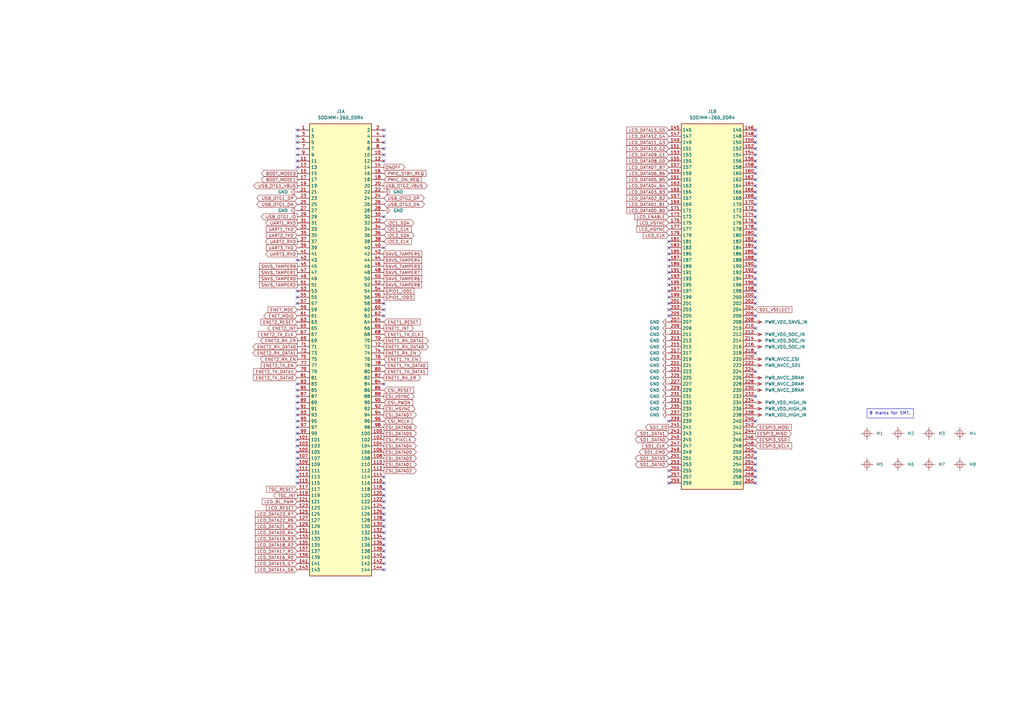
<source format=kicad_sch>
(kicad_sch (version 20231120) (generator "eeschema") (generator_version "8.0")
  (paper "A3")
  (title_block (title "i.MX6ULL Core - Connector") (date "2024-06-06") (rev "0.9.1"))
  (lib_symbols
    (symbol "SODIMM-260_DDR4_1"
      (property "Reference" "J" (at 0 0 0))
      (property "Value" "SODIMM-260_DDR4" (at 0 96.52 0))
      (symbol "SODIMM-260_DDR4_1_1_1"
        (pin passive line (at -17.78 90.17 0) (length 5.08) (name "1") (number "1"))
        (pin passive line (at 17.78 80.01 180) (length 5.08) (name "10") (number "10"))
        (pin passive line (at 17.78 -34.29 180) (length 5.08) (name "100") (number "100"))
        (pin passive line (at -17.78 -36.83 0) (length 5.08) (name "101") (number "101"))
        (pin passive line (at 17.78 -36.83 180) (length 5.08) (name "102") (number "102"))
        (pin passive line (at -17.78 -39.37 0) (length 5.08) (name "103") (number "103"))
        (pin passive line (at 17.78 -39.37 180) (length 5.08) (name "104") (number "104"))
        (pin passive line (at -17.78 -41.91 0) (length 5.08) (name "105") (number "105"))
        (pin passive line (at 17.78 -41.91 180) (length 5.08) (name "106") (number "106"))
        (pin passive line (at -17.78 -44.45 0) (length 5.08) (name "107") (number "107"))
        (pin passive line (at 17.78 -44.45 180) (length 5.08) (name "108") (number "108"))
        (pin passive line (at -17.78 -46.99 0) (length 5.08) (name "109") (number "109"))
        (pin passive line (at -17.78 77.47 0) (length 5.08) (name "11") (number "11"))
        (pin passive line (at 17.78 -46.99 180) (length 5.08) (name "110") (number "110"))
        (pin passive line (at -17.78 -49.53 0) (length 5.08) (name "111") (number "111"))
        (pin passive line (at 17.78 -49.53 180) (length 5.08) (name "112") (number "112"))
        (pin passive line (at -17.78 -52.07 0) (length 5.08) (name "113") (number "113"))
        (pin passive line (at 17.78 -52.07 180) (length 5.08) (name "114") (number "114"))
        (pin passive line (at -17.78 -54.61 0) (length 5.08) (name "115") (number "115"))
        (pin passive line (at 17.78 -54.61 180) (length 5.08) (name "116") (number "116"))
        (pin passive line (at -17.78 -57.15 0) (length 5.08) (name "117") (number "117"))
        (pin passive line (at 17.78 -57.15 180) (length 5.08) (name "118") (number "118"))
        (pin passive line (at -17.78 -59.69 0) (length 5.08) (name "119") (number "119"))
        (pin passive line (at 17.78 77.47 180) (length 5.08) (name "12") (number "12"))
        (pin passive line (at 17.78 -59.69 180) (length 5.08) (name "120") (number "120"))
        (pin passive line (at -17.78 -62.23 0) (length 5.08) (name "121") (number "121"))
        (pin passive line (at 17.78 -62.23 180) (length 5.08) (name "122") (number "122"))
        (pin passive line (at -17.78 -64.77 0) (length 5.08) (name "123") (number "123"))
        (pin passive line (at 17.78 -64.77 180) (length 5.08) (name "124") (number "124"))
        (pin passive line (at -17.78 -67.31 0) (length 5.08) (name "125") (number "125"))
        (pin passive line (at 17.78 -67.31 180) (length 5.08) (name "126") (number "126"))
        (pin passive line (at -17.78 -69.85 0) (length 5.08) (name "127") (number "127"))
        (pin passive line (at 17.78 -69.85 180) (length 5.08) (name "128") (number "128"))
        (pin passive line (at -17.78 -72.39 0) (length 5.08) (name "129") (number "129"))
        (pin passive line (at -17.78 74.93 0) (length 5.08) (name "13") (number "13"))
        (pin passive line (at 17.78 -72.39 180) (length 5.08) (name "130") (number "130"))
        (pin passive line (at -17.78 -74.93 0) (length 5.08) (name "131") (number "131"))
        (pin passive line (at 17.78 -74.93 180) (length 5.08) (name "132") (number "132"))
        (pin passive line (at -17.78 -77.47 0) (length 5.08) (name "133") (number "133"))
        (pin passive line (at 17.78 -77.47 180) (length 5.08) (name "134") (number "134"))
        (pin passive line (at -17.78 -80.01 0) (length 5.08) (name "135") (number "135"))
        (pin passive line (at 17.78 -80.01 180) (length 5.08) (name "136") (number "136"))
        (pin passive line (at -17.78 -82.55 0) (length 5.08) (name "137") (number "137"))
        (pin passive line (at 17.78 -82.55 180) (length 5.08) (name "138") (number "138"))
        (pin passive line (at -17.78 -85.09 0) (length 5.08) (name "139") (number "139"))
        (pin passive line (at 17.78 74.93 180) (length 5.08) (name "14") (number "14"))
        (pin passive line (at 17.78 -85.09 180) (length 5.08) (name "140") (number "140"))
        (pin passive line (at -17.78 -87.63 0) (length 5.08) (name "141") (number "141"))
        (pin passive line (at 17.78 -87.63 180) (length 5.08) (name "142") (number "142"))
        (pin passive line (at -17.78 -90.17 0) (length 5.08) (name "143") (number "143"))
        (pin passive line (at 17.78 -90.17 180) (length 5.08) (name "144") (number "144"))
        (pin passive line (at -17.78 72.39 0) (length 5.08) (name "15") (number "15"))
        (pin passive line (at 17.78 72.39 180) (length 5.08) (name "16") (number "16"))
        (pin passive line (at -17.78 69.85 0) (length 5.08) (name "17") (number "17"))
        (pin passive line (at 17.78 69.85 180) (length 5.08) (name "18") (number "18"))
        (pin passive line (at -17.78 67.31 0) (length 5.08) (name "19") (number "19"))
        (pin passive line (at 17.78 90.17 180) (length 5.08) (name "2") (number "2"))
        (pin passive line (at 17.78 67.31 180) (length 5.08) (name "20") (number "20"))
        (pin passive line (at -17.78 64.77 0) (length 5.08) (name "21") (number "21"))
        (pin passive line (at 17.78 64.77 180) (length 5.08) (name "22") (number "22"))
        (pin passive line (at -17.78 62.23 0) (length 5.08) (name "23") (number "23"))
        (pin passive line (at 17.78 62.23 180) (length 5.08) (name "24") (number "24"))
        (pin passive line (at -17.78 59.69 0) (length 5.08) (name "25") (number "25"))
        (pin passive line (at 17.78 59.69 180) (length 5.08) (name "26") (number "26"))
        (pin passive line (at -17.78 57.15 0) (length 5.08) (name "27") (number "27"))
        (pin passive line (at 17.78 57.15 180) (length 5.08) (name "28") (number "28"))
        (pin passive line (at -17.78 54.61 0) (length 5.08) (name "29") (number "29"))
        (pin passive line (at -17.78 87.63 0) (length 5.08) (name "3") (number "3"))
        (pin passive line (at 17.78 54.61 180) (length 5.08) (name "30") (number "30"))
        (pin passive line (at -17.78 52.07 0) (length 5.08) (name "31") (number "31"))
        (pin passive line (at 17.78 52.07 180) (length 5.08) (name "32") (number "32"))
        (pin passive line (at -17.78 49.53 0) (length 5.08) (name "33") (number "33"))
        (pin passive line (at 17.78 49.53 180) (length 5.08) (name "34") (number "34"))
        (pin passive line (at -17.78 46.99 0) (length 5.08) (name "35") (number "35"))
        (pin passive line (at 17.78 46.99 180) (length 5.08) (name "36") (number "36"))
        (pin passive line (at -17.78 44.45 0) (length 5.08) (name "37") (number "37"))
        (pin passive line (at 17.78 44.45 180) (length 5.08) (name "38") (number "38"))
        (pin passive line (at -17.78 41.91 0) (length 5.08) (name "39") (number "39"))
        (pin passive line (at 17.78 87.63 180) (length 5.08) (name "4") (number "4"))
        (pin passive line (at 17.78 41.91 180) (length 5.08) (name "40") (number "40"))
        (pin passive line (at -17.78 39.37 0) (length 5.08) (name "41") (number "41"))
        (pin passive line (at 17.78 39.37 180) (length 5.08) (name "42") (number "42"))
        (pin passive line (at -17.78 36.83 0) (length 5.08) (name "43") (number "43"))
        (pin passive line (at 17.78 36.83 180) (length 5.08) (name "44") (number "44"))
        (pin passive line (at -17.78 34.29 0) (length 5.08) (name "45") (number "45"))
        (pin passive line (at 17.78 34.29 180) (length 5.08) (name "46") (number "46"))
        (pin passive line (at -17.78 31.75 0) (length 5.08) (name "47") (number "47"))
        (pin passive line (at 17.78 31.75 180) (length 5.08) (name "48") (number "48"))
        (pin passive line (at -17.78 29.21 0) (length 5.08) (name "49") (number "49"))
        (pin passive line (at -17.78 85.09 0) (length 5.08) (name "5") (number "5"))
        (pin passive line (at 17.78 29.21 180) (length 5.08) (name "50") (number "50"))
        (pin passive line (at -17.78 26.67 0) (length 5.08) (name "51") (number "51"))
        (pin passive line (at 17.78 26.67 180) (length 5.08) (name "52") (number "52"))
        (pin passive line (at -17.78 24.13 0) (length 5.08) (name "53") (number "53"))
        (pin passive line (at 17.78 24.13 180) (length 5.08) (name "54") (number "54"))
        (pin passive line (at -17.78 21.59 0) (length 5.08) (name "55") (number "55"))
        (pin passive line (at 17.78 21.59 180) (length 5.08) (name "56") (number "56"))
        (pin passive line (at -17.78 19.05 0) (length 5.08) (name "57") (number "57"))
        (pin passive line (at 17.78 19.05 180) (length 5.08) (name "58") (number "58"))
        (pin passive line (at -17.78 16.51 0) (length 5.08) (name "59") (number "59"))
        (pin passive line (at 17.78 85.09 180) (length 5.08) (name "6") (number "6"))
        (pin passive line (at 17.78 16.51 180) (length 5.08) (name "60") (number "60"))
        (pin passive line (at -17.78 13.97 0) (length 5.08) (name "61") (number "61"))
        (pin passive line (at 17.78 13.97 180) (length 5.08) (name "62") (number "62"))
        (pin passive line (at -17.78 11.43 0) (length 5.08) (name "63") (number "63"))
        (pin passive line (at 17.78 11.43 180) (length 5.08) (name "64") (number "64"))
        (pin passive line (at -17.78 8.89 0) (length 5.08) (name "65") (number "65"))
        (pin passive line (at 17.78 8.89 180) (length 5.08) (name "66") (number "66"))
        (pin passive line (at -17.78 6.35 0) (length 5.08) (name "67") (number "67"))
        (pin passive line (at 17.78 6.35 180) (length 5.08) (name "68") (number "68"))
        (pin passive line (at -17.78 3.81 0) (length 5.08) (name "69") (number "69"))
        (pin passive line (at -17.78 82.55 0) (length 5.08) (name "7") (number "7"))
        (pin passive line (at 17.78 3.81 180) (length 5.08) (name "70") (number "70"))
        (pin passive line (at -17.78 1.27 0) (length 5.08) (name "71") (number "71"))
        (pin passive line (at 17.78 1.27 180) (length 5.08) (name "72") (number "72"))
        (pin passive line (at -17.78 -1.27 0) (length 5.08) (name "73") (number "73"))
        (pin passive line (at 17.78 -1.27 180) (length 5.08) (name "74") (number "74"))
        (pin passive line (at -17.78 -3.81 0) (length 5.08) (name "75") (number "75"))
        (pin passive line (at 17.78 -3.81 180) (length 5.08) (name "76") (number "76"))
        (pin passive line (at -17.78 -6.35 0) (length 5.08) (name "77") (number "77"))
        (pin passive line (at 17.78 -6.35 180) (length 5.08) (name "78") (number "78"))
        (pin passive line (at -17.78 -8.89 0) (length 5.08) (name "79") (number "79"))
        (pin passive line (at 17.78 82.55 180) (length 5.08) (name "8") (number "8"))
        (pin passive line (at 17.78 -8.89 180) (length 5.08) (name "80") (number "80"))
        (pin passive line (at -17.78 -11.43 0) (length 5.08) (name "81") (number "81"))
        (pin passive line (at 17.78 -11.43 180) (length 5.08) (name "82") (number "82"))
        (pin passive line (at -17.78 -13.97 0) (length 5.08) (name "83") (number "83"))
        (pin passive line (at 17.78 -13.97 180) (length 5.08) (name "84") (number "84"))
        (pin passive line (at -17.78 -16.51 0) (length 5.08) (name "85") (number "85"))
        (pin passive line (at 17.78 -16.51 180) (length 5.08) (name "86") (number "86"))
        (pin passive line (at -17.78 -19.05 0) (length 5.08) (name "87") (number "87"))
        (pin passive line (at 17.78 -19.05 180) (length 5.08) (name "88") (number "88"))
        (pin passive line (at -17.78 -21.59 0) (length 5.08) (name "89") (number "89"))
        (pin passive line (at -17.78 80.01 0) (length 5.08) (name "9") (number "9"))
        (pin passive line (at 17.78 -21.59 180) (length 5.08) (name "90") (number "90"))
        (pin passive line (at -17.78 -24.13 0) (length 5.08) (name "91") (number "91"))
        (pin passive line (at 17.78 -24.13 180) (length 5.08) (name "92") (number "92"))
        (pin passive line (at -17.78 -26.67 0) (length 5.08) (name "93") (number "93"))
        (pin passive line (at 17.78 -26.67 180) (length 5.08) (name "94") (number "94"))
        (pin passive line (at -17.78 -29.21 0) (length 5.08) (name "95") (number "95"))
        (pin passive line (at 17.78 -29.21 180) (length 5.08) (name "96") (number "96"))
        (pin passive line (at -17.78 -31.75 0) (length 5.08) (name "97") (number "97"))
        (pin passive line (at 17.78 -31.75 180) (length 5.08) (name "98") (number "98"))
        (pin passive line (at -17.78 -34.29 0) (length 5.08) (name "99") (number "99"))
      )
      (symbol "SODIMM-260_DDR4_1_2_1"
        (pin passive line (at -17.78 72.39 0) (length 5.08) (name "145") (number "145"))
        (pin passive line (at 17.78 72.39 180) (length 5.08) (name "146") (number "146"))
        (pin passive line (at -17.78 69.85 0) (length 5.08) (name "147") (number "147"))
        (pin passive line (at 17.78 69.85 180) (length 5.08) (name "148") (number "148"))
        (pin passive line (at -17.78 67.31 0) (length 5.08) (name "149") (number "149"))
        (pin passive line (at 17.78 67.31 180) (length 5.08) (name "150") (number "150"))
        (pin passive line (at -17.78 64.77 0) (length 5.08) (name "151") (number "151"))
        (pin passive line (at 17.78 64.77 180) (length 5.08) (name "152") (number "152"))
        (pin passive line (at -17.78 62.23 0) (length 5.08) (name "153") (number "153"))
        (pin passive line (at 17.78 62.23 180) (length 5.08) (name "154") (number "154"))
        (pin passive line (at -17.78 59.69 0) (length 5.08) (name "155") (number "155"))
        (pin passive line (at 17.78 59.69 180) (length 5.08) (name "156") (number "156"))
        (pin passive line (at -17.78 57.15 0) (length 5.08) (name "157") (number "157"))
        (pin passive line (at 17.78 57.15 180) (length 5.08) (name "158") (number "158"))
        (pin passive line (at -17.78 54.61 0) (length 5.08) (name "159") (number "159"))
        (pin passive line (at 17.78 54.61 180) (length 5.08) (name "160") (number "160"))
        (pin passive line (at -17.78 52.07 0) (length 5.08) (name "161") (number "161"))
        (pin passive line (at 17.78 52.07 180) (length 5.08) (name "162") (number "162"))
        (pin passive line (at -17.78 49.53 0) (length 5.08) (name "163") (number "163"))
        (pin passive line (at 17.78 49.53 180) (length 5.08) (name "164") (number "164"))
        (pin passive line (at -17.78 46.99 0) (length 5.08) (name "165") (number "165"))
        (pin passive line (at 17.78 46.99 180) (length 5.08) (name "166") (number "166"))
        (pin passive line (at -17.78 44.45 0) (length 5.08) (name "167") (number "167"))
        (pin passive line (at 17.78 44.45 180) (length 5.08) (name "168") (number "168"))
        (pin passive line (at -17.78 41.91 0) (length 5.08) (name "169") (number "169"))
        (pin passive line (at 17.78 41.91 180) (length 5.08) (name "170") (number "170"))
        (pin passive line (at -17.78 39.37 0) (length 5.08) (name "171") (number "171"))
        (pin passive line (at 17.78 39.37 180) (length 5.08) (name "172") (number "172"))
        (pin passive line (at -17.78 36.83 0) (length 5.08) (name "173") (number "173"))
        (pin passive line (at 17.78 36.83 180) (length 5.08) (name "174") (number "174"))
        (pin passive line (at -17.78 34.29 0) (length 5.08) (name "175") (number "175"))
        (pin passive line (at 17.78 34.29 180) (length 5.08) (name "176") (number "176"))
        (pin passive line (at -17.78 31.75 0) (length 5.08) (name "177") (number "177"))
        (pin passive line (at 17.78 31.75 180) (length 5.08) (name "178") (number "178"))
        (pin passive line (at -17.78 29.21 0) (length 5.08) (name "179") (number "179"))
        (pin passive line (at 17.78 29.21 180) (length 5.08) (name "180") (number "180"))
        (pin passive line (at -17.78 26.67 0) (length 5.08) (name "181") (number "181"))
        (pin passive line (at 17.78 26.67 180) (length 5.08) (name "182") (number "182"))
        (pin passive line (at -17.78 24.13 0) (length 5.08) (name "183") (number "183"))
        (pin passive line (at 17.78 24.13 180) (length 5.08) (name "184") (number "184"))
        (pin passive line (at -17.78 21.59 0) (length 5.08) (name "185") (number "185"))
        (pin passive line (at 17.78 21.59 180) (length 5.08) (name "186") (number "186"))
        (pin passive line (at -17.78 19.05 0) (length 5.08) (name "187") (number "187"))
        (pin passive line (at 17.78 19.05 180) (length 5.08) (name "188") (number "188"))
        (pin passive line (at -17.78 16.51 0) (length 5.08) (name "189") (number "189"))
        (pin passive line (at 17.78 16.51 180) (length 5.08) (name "190") (number "190"))
        (pin passive line (at -17.78 13.97 0) (length 5.08) (name "191") (number "191"))
        (pin passive line (at 17.78 13.97 180) (length 5.08) (name "192") (number "192"))
        (pin passive line (at -17.78 11.43 0) (length 5.08) (name "193") (number "193"))
        (pin passive line (at 17.78 11.43 180) (length 5.08) (name "194") (number "194"))
        (pin passive line (at -17.78 8.89 0) (length 5.08) (name "195") (number "195"))
        (pin passive line (at 17.78 8.89 180) (length 5.08) (name "196") (number "196"))
        (pin passive line (at -17.78 6.35 0) (length 5.08) (name "197") (number "197"))
        (pin passive line (at 17.78 6.35 180) (length 5.08) (name "198") (number "198"))
        (pin passive line (at -17.78 3.81 0) (length 5.08) (name "199") (number "199"))
        (pin passive line (at 17.78 3.81 180) (length 5.08) (name "200") (number "200"))
        (pin passive line (at -17.78 1.27 0) (length 5.08) (name "201") (number "201"))
        (pin passive line (at 17.78 1.27 180) (length 5.08) (name "202") (number "202"))
        (pin passive line (at -17.78 -1.27 0) (length 5.08) (name "203") (number "203"))
        (pin passive line (at 17.78 -1.27 180) (length 5.08) (name "204") (number "204"))
        (pin passive line (at -17.78 -3.81 0) (length 5.08) (name "205") (number "205"))
        (pin passive line (at 17.78 -3.81 180) (length 5.08) (name "206") (number "206"))
        (pin passive line (at -17.78 -6.35 0) (length 5.08) (name "207") (number "207"))
        (pin passive line (at 17.78 -6.35 180) (length 5.08) (name "208") (number "208"))
        (pin passive line (at -17.78 -8.89 0) (length 5.08) (name "209") (number "209"))
        (pin passive line (at 17.78 -8.89 180) (length 5.08) (name "210") (number "210"))
        (pin passive line (at -17.78 -11.43 0) (length 5.08) (name "211") (number "211"))
        (pin passive line (at 17.78 -11.43 180) (length 5.08) (name "212") (number "212"))
        (pin passive line (at -17.78 -13.97 0) (length 5.08) (name "213") (number "213"))
        (pin passive line (at 17.78 -13.97 180) (length 5.08) (name "214") (number "214"))
        (pin passive line (at -17.78 -16.51 0) (length 5.08) (name "215") (number "215"))
        (pin passive line (at 17.78 -16.51 180) (length 5.08) (name "216") (number "216"))
        (pin passive line (at -17.78 -19.05 0) (length 5.08) (name "217") (number "217"))
        (pin passive line (at 17.78 -19.05 180) (length 5.08) (name "218") (number "218"))
        (pin passive line (at -17.78 -21.59 0) (length 5.08) (name "219") (number "219"))
        (pin passive line (at 17.78 -21.59 180) (length 5.08) (name "220") (number "220"))
        (pin passive line (at -17.78 -24.13 0) (length 5.08) (name "221") (number "221"))
        (pin passive line (at 17.78 -24.13 180) (length 5.08) (name "222") (number "222"))
        (pin passive line (at -17.78 -26.67 0) (length 5.08) (name "223") (number "223"))
        (pin passive line (at 17.78 -26.67 180) (length 5.08) (name "224") (number "224"))
        (pin passive line (at -17.78 -29.21 0) (length 5.08) (name "225") (number "225"))
        (pin passive line (at 17.78 -29.21 180) (length 5.08) (name "226") (number "226"))
        (pin passive line (at -17.78 -31.75 0) (length 5.08) (name "227") (number "227"))
        (pin passive line (at 17.78 -31.75 180) (length 5.08) (name "228") (number "228"))
        (pin passive line (at -17.78 -34.29 0) (length 5.08) (name "229") (number "229"))
        (pin passive line (at 17.78 -34.29 180) (length 5.08) (name "230") (number "230"))
        (pin passive line (at -17.78 -36.83 0) (length 5.08) (name "231") (number "231"))
        (pin passive line (at 17.78 -36.83 180) (length 5.08) (name "232") (number "232"))
        (pin passive line (at -17.78 -39.37 0) (length 5.08) (name "233") (number "233"))
        (pin passive line (at 17.78 -39.37 180) (length 5.08) (name "234") (number "234"))
        (pin passive line (at -17.78 -41.91 0) (length 5.08) (name "235") (number "235"))
        (pin passive line (at 17.78 -41.91 180) (length 5.08) (name "236") (number "236"))
        (pin passive line (at -17.78 -44.45 0) (length 5.08) (name "237") (number "237"))
        (pin passive line (at 17.78 -44.45 180) (length 5.08) (name "238") (number "238"))
        (pin passive line (at -17.78 -46.99 0) (length 5.08) (name "239") (number "239"))
        (pin passive line (at 17.78 -46.99 180) (length 5.08) (name "240") (number "240"))
        (pin passive line (at -17.78 -49.53 0) (length 5.08) (name "241") (number "241"))
        (pin passive line (at 17.78 -49.53 180) (length 5.08) (name "242") (number "242"))
        (pin passive line (at -17.78 -52.07 0) (length 5.08) (name "243") (number "243"))
        (pin passive line (at 17.78 -52.07 180) (length 5.08) (name "244") (number "244"))
        (pin passive line (at -17.78 -54.61 0) (length 5.08) (name "245") (number "245"))
        (pin passive line (at 17.78 -54.61 180) (length 5.08) (name "246") (number "246"))
        (pin passive line (at -17.78 -57.15 0) (length 5.08) (name "247") (number "247"))
        (pin passive line (at 17.78 -57.15 180) (length 5.08) (name "248") (number "248"))
        (pin passive line (at -17.78 -59.69 0) (length 5.08) (name "249") (number "249"))
        (pin passive line (at 17.78 -59.69 180) (length 5.08) (name "250") (number "250"))
        (pin passive line (at -17.78 -62.23 0) (length 5.08) (name "251") (number "251"))
        (pin passive line (at 17.78 -62.23 180) (length 5.08) (name "252") (number "252"))
        (pin passive line (at -17.78 -64.77 0) (length 5.08) (name "253") (number "253"))
        (pin passive line (at 17.78 -64.77 180) (length 5.08) (name "254") (number "254"))
        (pin passive line (at -17.78 -67.31 0) (length 5.08) (name "255") (number "255"))
        (pin passive line (at 17.78 -67.31 180) (length 5.08) (name "256") (number "256"))
        (pin passive line (at -17.78 -69.85 0) (length 5.08) (name "257") (number "257"))
        (pin passive line (at 17.78 -69.85 180) (length 5.08) (name "258") (number "258"))
        (pin passive line (at -17.78 -72.39 0) (length 5.08) (name "259") (number "259"))
        (pin passive line (at 17.78 -72.39 180) (length 5.08) (name "260") (number "260"))
      )
    )
    (symbol "i.MX6ULL_Core:MARK" (in_bom no)
      (property "Reference" "M" (at 0 3.81 0))
    )
    (symbol "i.MX6ULL_Core:PWR_NVCC_CSI" (power) (pin_numbers hide) (pin_names hide) (in_bom no) (on_board no)
      (property "Value" "PWR_NVCC_CSI" (at 0 0 0))
      (symbol "PWR_NVCC_CSI_1_1"
        (pin power_in line (at 0 0 0) (length 0) (name "") (number "1"))
      )
    )
    (symbol "i.MX6ULL_Core:PWR_NVCC_DRAM" (power) (pin_numbers hide) (pin_names hide) (in_bom no) (on_board no)
      (property "Value" "PWR_NVCC_DRAM" (at 0 0 0))
      (symbol "PWR_NVCC_DRAM_1_1"
        (pin power_in line (at 0 0 0) (length 0) (name "") (number "1"))
      )
    )
    (symbol "i.MX6ULL_Core:PWR_NVCC_SD1" (power) (pin_numbers hide) (pin_names hide) (in_bom no) (on_board no)
      (property "Value" "PWR_NVCC_SD1" (at 0 0 0))
      (symbol "PWR_NVCC_SD1_1_1"
        (pin power_in line (at 0 0 0) (length 0) (name "") (number "1"))
      )
    )
    (symbol "i.MX6ULL_Core:PWR_VDD_HIGH_IN" (power) (pin_numbers hide) (pin_names hide) (in_bom no) (on_board no)
      (property "Value" "PWR_VDD_HIGH_IN" (at 0 0 0))
      (symbol "PWR_VDD_HIGH_IN_1_1"
        (pin power_in line (at 0 0 0) (length 0) (name "") (number "1"))
      )
    )
    (symbol "i.MX6ULL_Core:PWR_VDD_SNVS_IN" (power) (pin_numbers hide) (pin_names hide) (in_bom no) (on_board no)
      (property "Value" "PWR_VDD_SNVS_IN" (at 0 0 0))
      (symbol "PWR_VDD_SNVS_IN_1_1"
        (pin power_in line (at 0 0 0) (length 0) (name "") (number "1"))
      )
    )
    (symbol "i.MX6ULL_Core:PWR_VDD_SOC_IN" (power) (pin_numbers hide) (pin_names hide) (in_bom no) (on_board no)
      (property "Value" "PWR_VDD_SOC_IN" (at 0 0 0))
      (symbol "PWR_VDD_SOC_IN_1_1"
        (pin power_in line (at 0 0 0) (length 0) (name "") (number "1"))
      )
    )
    (symbol "i.MX6ULL_Core:SODIMM-260_DDR4"
      (property "Reference" "J" (at 0 0 0))
      (property "Value" "SODIMM-260_DDR4" (at 0 96.52 0))
      (symbol "SODIMM-260_DDR4_1_1"
        (pin passive line (at -17.78 90.17 0) (length 5.08) (name "1") (number "1"))
        (pin passive line (at 17.78 80.01 180) (length 5.08) (name "10") (number "10"))
        (pin passive line (at 17.78 -34.29 180) (length 5.08) (name "100") (number "100"))
        (pin passive line (at -17.78 -36.83 0) (length 5.08) (name "101") (number "101"))
        (pin passive line (at 17.78 -36.83 180) (length 5.08) (name "102") (number "102"))
        (pin passive line (at -17.78 -39.37 0) (length 5.08) (name "103") (number "103"))
        (pin passive line (at 17.78 -39.37 180) (length 5.08) (name "104") (number "104"))
        (pin passive line (at -17.78 -41.91 0) (length 5.08) (name "105") (number "105"))
        (pin passive line (at 17.78 -41.91 180) (length 5.08) (name "106") (number "106"))
        (pin passive line (at -17.78 -44.45 0) (length 5.08) (name "107") (number "107"))
        (pin passive line (at 17.78 -44.45 180) (length 5.08) (name "108") (number "108"))
        (pin passive line (at -17.78 -46.99 0) (length 5.08) (name "109") (number "109"))
        (pin passive line (at -17.78 77.47 0) (length 5.08) (name "11") (number "11"))
        (pin passive line (at 17.78 -46.99 180) (length 5.08) (name "110") (number "110"))
        (pin passive line (at -17.78 -49.53 0) (length 5.08) (name "111") (number "111"))
        (pin passive line (at 17.78 -49.53 180) (length 5.08) (name "112") (number "112"))
        (pin passive line (at -17.78 -52.07 0) (length 5.08) (name "113") (number "113"))
        (pin passive line (at 17.78 -52.07 180) (length 5.08) (name "114") (number "114"))
        (pin passive line (at -17.78 -54.61 0) (length 5.08) (name "115") (number "115"))
        (pin passive line (at 17.78 -54.61 180) (length 5.08) (name "116") (number "116"))
        (pin passive line (at -17.78 -57.15 0) (length 5.08) (name "117") (number "117"))
        (pin passive line (at 17.78 -57.15 180) (length 5.08) (name "118") (number "118"))
        (pin passive line (at -17.78 -59.69 0) (length 5.08) (name "119") (number "119"))
        (pin passive line (at 17.78 77.47 180) (length 5.08) (name "12") (number "12"))
        (pin passive line (at 17.78 -59.69 180) (length 5.08) (name "120") (number "120"))
        (pin passive line (at -17.78 -62.23 0) (length 5.08) (name "121") (number "121"))
        (pin passive line (at 17.78 -62.23 180) (length 5.08) (name "122") (number "122"))
        (pin passive line (at -17.78 -64.77 0) (length 5.08) (name "123") (number "123"))
        (pin passive line (at 17.78 -64.77 180) (length 5.08) (name "124") (number "124"))
        (pin passive line (at -17.78 -67.31 0) (length 5.08) (name "125") (number "125"))
        (pin passive line (at 17.78 -67.31 180) (length 5.08) (name "126") (number "126"))
        (pin passive line (at -17.78 -69.85 0) (length 5.08) (name "127") (number "127"))
        (pin passive line (at 17.78 -69.85 180) (length 5.08) (name "128") (number "128"))
        (pin passive line (at -17.78 -72.39 0) (length 5.08) (name "129") (number "129"))
        (pin passive line (at -17.78 74.93 0) (length 5.08) (name "13") (number "13"))
        (pin passive line (at 17.78 -72.39 180) (length 5.08) (name "130") (number "130"))
        (pin passive line (at -17.78 -74.93 0) (length 5.08) (name "131") (number "131"))
        (pin passive line (at 17.78 -74.93 180) (length 5.08) (name "132") (number "132"))
        (pin passive line (at -17.78 -77.47 0) (length 5.08) (name "133") (number "133"))
        (pin passive line (at 17.78 -77.47 180) (length 5.08) (name "134") (number "134"))
        (pin passive line (at -17.78 -80.01 0) (length 5.08) (name "135") (number "135"))
        (pin passive line (at 17.78 -80.01 180) (length 5.08) (name "136") (number "136"))
        (pin passive line (at -17.78 -82.55 0) (length 5.08) (name "137") (number "137"))
        (pin passive line (at 17.78 -82.55 180) (length 5.08) (name "138") (number "138"))
        (pin passive line (at -17.78 -85.09 0) (length 5.08) (name "139") (number "139"))
        (pin passive line (at 17.78 74.93 180) (length 5.08) (name "14") (number "14"))
        (pin passive line (at 17.78 -85.09 180) (length 5.08) (name "140") (number "140"))
        (pin passive line (at -17.78 -87.63 0) (length 5.08) (name "141") (number "141"))
        (pin passive line (at 17.78 -87.63 180) (length 5.08) (name "142") (number "142"))
        (pin passive line (at -17.78 -90.17 0) (length 5.08) (name "143") (number "143"))
        (pin passive line (at 17.78 -90.17 180) (length 5.08) (name "144") (number "144"))
        (pin passive line (at -17.78 72.39 0) (length 5.08) (name "15") (number "15"))
        (pin passive line (at 17.78 72.39 180) (length 5.08) (name "16") (number "16"))
        (pin passive line (at -17.78 69.85 0) (length 5.08) (name "17") (number "17"))
        (pin passive line (at 17.78 69.85 180) (length 5.08) (name "18") (number "18"))
        (pin passive line (at -17.78 67.31 0) (length 5.08) (name "19") (number "19"))
        (pin passive line (at 17.78 90.17 180) (length 5.08) (name "2") (number "2"))
        (pin passive line (at 17.78 67.31 180) (length 5.08) (name "20") (number "20"))
        (pin passive line (at -17.78 64.77 0) (length 5.08) (name "21") (number "21"))
        (pin passive line (at 17.78 64.77 180) (length 5.08) (name "22") (number "22"))
        (pin passive line (at -17.78 62.23 0) (length 5.08) (name "23") (number "23"))
        (pin passive line (at 17.78 62.23 180) (length 5.08) (name "24") (number "24"))
        (pin passive line (at -17.78 59.69 0) (length 5.08) (name "25") (number "25"))
        (pin passive line (at 17.78 59.69 180) (length 5.08) (name "26") (number "26"))
        (pin passive line (at -17.78 57.15 0) (length 5.08) (name "27") (number "27"))
        (pin passive line (at 17.78 57.15 180) (length 5.08) (name "28") (number "28"))
        (pin passive line (at -17.78 54.61 0) (length 5.08) (name "29") (number "29"))
        (pin passive line (at -17.78 87.63 0) (length 5.08) (name "3") (number "3"))
        (pin passive line (at 17.78 54.61 180) (length 5.08) (name "30") (number "30"))
        (pin passive line (at -17.78 52.07 0) (length 5.08) (name "31") (number "31"))
        (pin passive line (at 17.78 52.07 180) (length 5.08) (name "32") (number "32"))
        (pin passive line (at -17.78 49.53 0) (length 5.08) (name "33") (number "33"))
        (pin passive line (at 17.78 49.53 180) (length 5.08) (name "34") (number "34"))
        (pin passive line (at -17.78 46.99 0) (length 5.08) (name "35") (number "35"))
        (pin passive line (at 17.78 46.99 180) (length 5.08) (name "36") (number "36"))
        (pin passive line (at -17.78 44.45 0) (length 5.08) (name "37") (number "37"))
        (pin passive line (at 17.78 44.45 180) (length 5.08) (name "38") (number "38"))
        (pin passive line (at -17.78 41.91 0) (length 5.08) (name "39") (number "39"))
        (pin passive line (at 17.78 87.63 180) (length 5.08) (name "4") (number "4"))
        (pin passive line (at 17.78 41.91 180) (length 5.08) (name "40") (number "40"))
        (pin passive line (at -17.78 39.37 0) (length 5.08) (name "41") (number "41"))
        (pin passive line (at 17.78 39.37 180) (length 5.08) (name "42") (number "42"))
        (pin passive line (at -17.78 36.83 0) (length 5.08) (name "43") (number "43"))
        (pin passive line (at 17.78 36.83 180) (length 5.08) (name "44") (number "44"))
        (pin passive line (at -17.78 34.29 0) (length 5.08) (name "45") (number "45"))
        (pin passive line (at 17.78 34.29 180) (length 5.08) (name "46") (number "46"))
        (pin passive line (at -17.78 31.75 0) (length 5.08) (name "47") (number "47"))
        (pin passive line (at 17.78 31.75 180) (length 5.08) (name "48") (number "48"))
        (pin passive line (at -17.78 29.21 0) (length 5.08) (name "49") (number "49"))
        (pin passive line (at -17.78 85.09 0) (length 5.08) (name "5") (number "5"))
        (pin passive line (at 17.78 29.21 180) (length 5.08) (name "50") (number "50"))
        (pin passive line (at -17.78 26.67 0) (length 5.08) (name "51") (number "51"))
        (pin passive line (at 17.78 26.67 180) (length 5.08) (name "52") (number "52"))
        (pin passive line (at -17.78 24.13 0) (length 5.08) (name "53") (number "53"))
        (pin passive line (at 17.78 24.13 180) (length 5.08) (name "54") (number "54"))
        (pin passive line (at -17.78 21.59 0) (length 5.08) (name "55") (number "55"))
        (pin passive line (at 17.78 21.59 180) (length 5.08) (name "56") (number "56"))
        (pin passive line (at -17.78 19.05 0) (length 5.08) (name "57") (number "57"))
        (pin passive line (at 17.78 19.05 180) (length 5.08) (name "58") (number "58"))
        (pin passive line (at -17.78 16.51 0) (length 5.08) (name "59") (number "59"))
        (pin passive line (at 17.78 85.09 180) (length 5.08) (name "6") (number "6"))
        (pin passive line (at 17.78 16.51 180) (length 5.08) (name "60") (number "60"))
        (pin passive line (at -17.78 13.97 0) (length 5.08) (name "61") (number "61"))
        (pin passive line (at 17.78 13.97 180) (length 5.08) (name "62") (number "62"))
        (pin passive line (at -17.78 11.43 0) (length 5.08) (name "63") (number "63"))
        (pin passive line (at 17.78 11.43 180) (length 5.08) (name "64") (number "64"))
        (pin passive line (at -17.78 8.89 0) (length 5.08) (name "65") (number "65"))
        (pin passive line (at 17.78 8.89 180) (length 5.08) (name "66") (number "66"))
        (pin passive line (at -17.78 6.35 0) (length 5.08) (name "67") (number "67"))
        (pin passive line (at 17.78 6.35 180) (length 5.08) (name "68") (number "68"))
        (pin passive line (at -17.78 3.81 0) (length 5.08) (name "69") (number "69"))
        (pin passive line (at -17.78 82.55 0) (length 5.08) (name "7") (number "7"))
        (pin passive line (at 17.78 3.81 180) (length 5.08) (name "70") (number "70"))
        (pin passive line (at -17.78 1.27 0) (length 5.08) (name "71") (number "71"))
        (pin passive line (at 17.78 1.27 180) (length 5.08) (name "72") (number "72"))
        (pin passive line (at -17.78 -1.27 0) (length 5.08) (name "73") (number "73"))
        (pin passive line (at 17.78 -1.27 180) (length 5.08) (name "74") (number "74"))
        (pin passive line (at -17.78 -3.81 0) (length 5.08) (name "75") (number "75"))
        (pin passive line (at 17.78 -3.81 180) (length 5.08) (name "76") (number "76"))
        (pin passive line (at -17.78 -6.35 0) (length 5.08) (name "77") (number "77"))
        (pin passive line (at 17.78 -6.35 180) (length 5.08) (name "78") (number "78"))
        (pin passive line (at -17.78 -8.89 0) (length 5.08) (name "79") (number "79"))
        (pin passive line (at 17.78 82.55 180) (length 5.08) (name "8") (number "8"))
        (pin passive line (at 17.78 -8.89 180) (length 5.08) (name "80") (number "80"))
        (pin passive line (at -17.78 -11.43 0) (length 5.08) (name "81") (number "81"))
        (pin passive line (at 17.78 -11.43 180) (length 5.08) (name "82") (number "82"))
        (pin passive line (at -17.78 -13.97 0) (length 5.08) (name "83") (number "83"))
        (pin passive line (at 17.78 -13.97 180) (length 5.08) (name "84") (number "84"))
        (pin passive line (at -17.78 -16.51 0) (length 5.08) (name "85") (number "85"))
        (pin passive line (at 17.78 -16.51 180) (length 5.08) (name "86") (number "86"))
        (pin passive line (at -17.78 -19.05 0) (length 5.08) (name "87") (number "87"))
        (pin passive line (at 17.78 -19.05 180) (length 5.08) (name "88") (number "88"))
        (pin passive line (at -17.78 -21.59 0) (length 5.08) (name "89") (number "89"))
        (pin passive line (at -17.78 80.01 0) (length 5.08) (name "9") (number "9"))
        (pin passive line (at 17.78 -21.59 180) (length 5.08) (name "90") (number "90"))
        (pin passive line (at -17.78 -24.13 0) (length 5.08) (name "91") (number "91"))
        (pin passive line (at 17.78 -24.13 180) (length 5.08) (name "92") (number "92"))
        (pin passive line (at -17.78 -26.67 0) (length 5.08) (name "93") (number "93"))
        (pin passive line (at 17.78 -26.67 180) (length 5.08) (name "94") (number "94"))
        (pin passive line (at -17.78 -29.21 0) (length 5.08) (name "95") (number "95"))
        (pin passive line (at 17.78 -29.21 180) (length 5.08) (name "96") (number "96"))
        (pin passive line (at -17.78 -31.75 0) (length 5.08) (name "97") (number "97"))
        (pin passive line (at 17.78 -31.75 180) (length 5.08) (name "98") (number "98"))
        (pin passive line (at -17.78 -34.29 0) (length 5.08) (name "99") (number "99"))
      )
      (symbol "SODIMM-260_DDR4_2_1"
        (pin passive line (at -17.78 72.39 0) (length 5.08) (name "145") (number "145"))
        (pin passive line (at 17.78 72.39 180) (length 5.08) (name "146") (number "146"))
        (pin passive line (at -17.78 69.85 0) (length 5.08) (name "147") (number "147"))
        (pin passive line (at 17.78 69.85 180) (length 5.08) (name "148") (number "148"))
        (pin passive line (at -17.78 67.31 0) (length 5.08) (name "149") (number "149"))
        (pin passive line (at 17.78 67.31 180) (length 5.08) (name "150") (number "150"))
        (pin passive line (at -17.78 64.77 0) (length 5.08) (name "151") (number "151"))
        (pin passive line (at 17.78 64.77 180) (length 5.08) (name "152") (number "152"))
        (pin passive line (at -17.78 62.23 0) (length 5.08) (name "153") (number "153"))
        (pin passive line (at 17.78 62.23 180) (length 5.08) (name "154") (number "154"))
        (pin passive line (at -17.78 59.69 0) (length 5.08) (name "155") (number "155"))
        (pin passive line (at 17.78 59.69 180) (length 5.08) (name "156") (number "156"))
        (pin passive line (at -17.78 57.15 0) (length 5.08) (name "157") (number "157"))
        (pin passive line (at 17.78 57.15 180) (length 5.08) (name "158") (number "158"))
        (pin passive line (at -17.78 54.61 0) (length 5.08) (name "159") (number "159"))
        (pin passive line (at 17.78 54.61 180) (length 5.08) (name "160") (number "160"))
        (pin passive line (at -17.78 52.07 0) (length 5.08) (name "161") (number "161"))
        (pin passive line (at 17.78 52.07 180) (length 5.08) (name "162") (number "162"))
        (pin passive line (at -17.78 49.53 0) (length 5.08) (name "163") (number "163"))
        (pin passive line (at 17.78 49.53 180) (length 5.08) (name "164") (number "164"))
        (pin passive line (at -17.78 46.99 0) (length 5.08) (name "165") (number "165"))
        (pin passive line (at 17.78 46.99 180) (length 5.08) (name "166") (number "166"))
        (pin passive line (at -17.78 44.45 0) (length 5.08) (name "167") (number "167"))
        (pin passive line (at 17.78 44.45 180) (length 5.08) (name "168") (number "168"))
        (pin passive line (at -17.78 41.91 0) (length 5.08) (name "169") (number "169"))
        (pin passive line (at 17.78 41.91 180) (length 5.08) (name "170") (number "170"))
        (pin passive line (at -17.78 39.37 0) (length 5.08) (name "171") (number "171"))
        (pin passive line (at 17.78 39.37 180) (length 5.08) (name "172") (number "172"))
        (pin passive line (at -17.78 36.83 0) (length 5.08) (name "173") (number "173"))
        (pin passive line (at 17.78 36.83 180) (length 5.08) (name "174") (number "174"))
        (pin passive line (at -17.78 34.29 0) (length 5.08) (name "175") (number "175"))
        (pin passive line (at 17.78 34.29 180) (length 5.08) (name "176") (number "176"))
        (pin passive line (at -17.78 31.75 0) (length 5.08) (name "177") (number "177"))
        (pin passive line (at 17.78 31.75 180) (length 5.08) (name "178") (number "178"))
        (pin passive line (at -17.78 29.21 0) (length 5.08) (name "179") (number "179"))
        (pin passive line (at 17.78 29.21 180) (length 5.08) (name "180") (number "180"))
        (pin passive line (at -17.78 26.67 0) (length 5.08) (name "181") (number "181"))
        (pin passive line (at 17.78 26.67 180) (length 5.08) (name "182") (number "182"))
        (pin passive line (at -17.78 24.13 0) (length 5.08) (name "183") (number "183"))
        (pin passive line (at 17.78 24.13 180) (length 5.08) (name "184") (number "184"))
        (pin passive line (at -17.78 21.59 0) (length 5.08) (name "185") (number "185"))
        (pin passive line (at 17.78 21.59 180) (length 5.08) (name "186") (number "186"))
        (pin passive line (at -17.78 19.05 0) (length 5.08) (name "187") (number "187"))
        (pin passive line (at 17.78 19.05 180) (length 5.08) (name "188") (number "188"))
        (pin passive line (at -17.78 16.51 0) (length 5.08) (name "189") (number "189"))
        (pin passive line (at 17.78 16.51 180) (length 5.08) (name "190") (number "190"))
        (pin passive line (at -17.78 13.97 0) (length 5.08) (name "191") (number "191"))
        (pin passive line (at 17.78 13.97 180) (length 5.08) (name "192") (number "192"))
        (pin passive line (at -17.78 11.43 0) (length 5.08) (name "193") (number "193"))
        (pin passive line (at 17.78 11.43 180) (length 5.08) (name "194") (number "194"))
        (pin passive line (at -17.78 8.89 0) (length 5.08) (name "195") (number "195"))
        (pin passive line (at 17.78 8.89 180) (length 5.08) (name "196") (number "196"))
        (pin passive line (at -17.78 6.35 0) (length 5.08) (name "197") (number "197"))
        (pin passive line (at 17.78 6.35 180) (length 5.08) (name "198") (number "198"))
        (pin passive line (at -17.78 3.81 0) (length 5.08) (name "199") (number "199"))
        (pin passive line (at 17.78 3.81 180) (length 5.08) (name "200") (number "200"))
        (pin passive line (at -17.78 1.27 0) (length 5.08) (name "201") (number "201"))
        (pin passive line (at 17.78 1.27 180) (length 5.08) (name "202") (number "202"))
        (pin passive line (at -17.78 -1.27 0) (length 5.08) (name "203") (number "203"))
        (pin passive line (at 17.78 -1.27 180) (length 5.08) (name "204") (number "204"))
        (pin passive line (at -17.78 -3.81 0) (length 5.08) (name "205") (number "205"))
        (pin passive line (at 17.78 -3.81 180) (length 5.08) (name "206") (number "206"))
        (pin passive line (at -17.78 -6.35 0) (length 5.08) (name "207") (number "207"))
        (pin passive line (at 17.78 -6.35 180) (length 5.08) (name "208") (number "208"))
        (pin passive line (at -17.78 -8.89 0) (length 5.08) (name "209") (number "209"))
        (pin passive line (at 17.78 -8.89 180) (length 5.08) (name "210") (number "210"))
        (pin passive line (at -17.78 -11.43 0) (length 5.08) (name "211") (number "211"))
        (pin passive line (at 17.78 -11.43 180) (length 5.08) (name "212") (number "212"))
        (pin passive line (at -17.78 -13.97 0) (length 5.08) (name "213") (number "213"))
        (pin passive line (at 17.78 -13.97 180) (length 5.08) (name "214") (number "214"))
        (pin passive line (at -17.78 -16.51 0) (length 5.08) (name "215") (number "215"))
        (pin passive line (at 17.78 -16.51 180) (length 5.08) (name "216") (number "216"))
        (pin passive line (at -17.78 -19.05 0) (length 5.08) (name "217") (number "217"))
        (pin passive line (at 17.78 -19.05 180) (length 5.08) (name "218") (number "218"))
        (pin passive line (at -17.78 -21.59 0) (length 5.08) (name "219") (number "219"))
        (pin passive line (at 17.78 -21.59 180) (length 5.08) (name "220") (number "220"))
        (pin passive line (at -17.78 -24.13 0) (length 5.08) (name "221") (number "221"))
        (pin passive line (at 17.78 -24.13 180) (length 5.08) (name "222") (number "222"))
        (pin passive line (at -17.78 -26.67 0) (length 5.08) (name "223") (number "223"))
        (pin passive line (at 17.78 -26.67 180) (length 5.08) (name "224") (number "224"))
        (pin passive line (at -17.78 -29.21 0) (length 5.08) (name "225") (number "225"))
        (pin passive line (at 17.78 -29.21 180) (length 5.08) (name "226") (number "226"))
        (pin passive line (at -17.78 -31.75 0) (length 5.08) (name "227") (number "227"))
        (pin passive line (at 17.78 -31.75 180) (length 5.08) (name "228") (number "228"))
        (pin passive line (at -17.78 -34.29 0) (length 5.08) (name "229") (number "229"))
        (pin passive line (at 17.78 -34.29 180) (length 5.08) (name "230") (number "230"))
        (pin passive line (at -17.78 -36.83 0) (length 5.08) (name "231") (number "231"))
        (pin passive line (at 17.78 -36.83 180) (length 5.08) (name "232") (number "232"))
        (pin passive line (at -17.78 -39.37 0) (length 5.08) (name "233") (number "233"))
        (pin passive line (at 17.78 -39.37 180) (length 5.08) (name "234") (number "234"))
        (pin passive line (at -17.78 -41.91 0) (length 5.08) (name "235") (number "235"))
        (pin passive line (at 17.78 -41.91 180) (length 5.08) (name "236") (number "236"))
        (pin passive line (at -17.78 -44.45 0) (length 5.08) (name "237") (number "237"))
        (pin passive line (at 17.78 -44.45 180) (length 5.08) (name "238") (number "238"))
        (pin passive line (at -17.78 -46.99 0) (length 5.08) (name "239") (number "239"))
        (pin passive line (at 17.78 -46.99 180) (length 5.08) (name "240") (number "240"))
        (pin passive line (at -17.78 -49.53 0) (length 5.08) (name "241") (number "241"))
        (pin passive line (at 17.78 -49.53 180) (length 5.08) (name "242") (number "242"))
        (pin passive line (at -17.78 -52.07 0) (length 5.08) (name "243") (number "243"))
        (pin passive line (at 17.78 -52.07 180) (length 5.08) (name "244") (number "244"))
        (pin passive line (at -17.78 -54.61 0) (length 5.08) (name "245") (number "245"))
        (pin passive line (at 17.78 -54.61 180) (length 5.08) (name "246") (number "246"))
        (pin passive line (at -17.78 -57.15 0) (length 5.08) (name "247") (number "247"))
        (pin passive line (at 17.78 -57.15 180) (length 5.08) (name "248") (number "248"))
        (pin passive line (at -17.78 -59.69 0) (length 5.08) (name "249") (number "249"))
        (pin passive line (at 17.78 -59.69 180) (length 5.08) (name "250") (number "250"))
        (pin passive line (at -17.78 -62.23 0) (length 5.08) (name "251") (number "251"))
        (pin passive line (at 17.78 -62.23 180) (length 5.08) (name "252") (number "252"))
        (pin passive line (at -17.78 -64.77 0) (length 5.08) (name "253") (number "253"))
        (pin passive line (at 17.78 -64.77 180) (length 5.08) (name "254") (number "254"))
        (pin passive line (at -17.78 -67.31 0) (length 5.08) (name "255") (number "255"))
        (pin passive line (at 17.78 -67.31 180) (length 5.08) (name "256") (number "256"))
        (pin passive line (at -17.78 -69.85 0) (length 5.08) (name "257") (number "257"))
        (pin passive line (at 17.78 -69.85 180) (length 5.08) (name "258") (number "258"))
        (pin passive line (at -17.78 -72.39 0) (length 5.08) (name "259") (number "259"))
        (pin passive line (at 17.78 -72.39 180) (length 5.08) (name "260") (number "260"))
      )
    )
    (symbol "power:GND" (power) (pin_numbers hide) (pin_names (offset 0) hide)
      (property "Value" "GND" (at 0 -3.81 0))
      (symbol "GND_1_1"
        (pin power_in line (at 0 0 270) (length 0) (name "~") (number "1"))
      )
    )
  )
  (no_connect (at 121.92 60.96))
  (no_connect (at 121.92 170.18))
  (no_connect (at 157.48 223.52))
  (no_connect (at 309.88 134.62))
  (no_connect (at 274.32 99.06))
  (no_connect (at 121.92 55.88))
  (no_connect (at 157.48 198.12))
  (no_connect (at 309.88 144.78))
  (no_connect (at 309.88 68.58))
  (no_connect (at 121.92 160.02))
  (no_connect (at 309.88 60.96))
  (no_connect (at 309.88 114.3))
  (no_connect (at 309.88 83.82))
  (no_connect (at 309.88 198.12))
  (no_connect (at 309.88 187.96))
  (no_connect (at 157.48 213.36))
  (no_connect (at 309.88 152.4))
  (no_connect (at 121.92 185.42))
  (no_connect (at 309.88 96.52))
  (no_connect (at 309.88 55.88))
  (no_connect (at 157.48 226.06))
  (no_connect (at 121.92 180.34))
  (no_connect (at 121.92 124.46))
  (no_connect (at 309.88 109.22))
  (no_connect (at 121.92 121.92))
  (no_connect (at 157.48 218.44))
  (no_connect (at 157.48 63.5))
  (no_connect (at 274.32 121.92))
  (no_connect (at 121.92 58.42))
  (no_connect (at 121.92 175.26))
  (no_connect (at 309.88 66.04))
  (no_connect (at 121.92 119.38))
  (no_connect (at 309.88 101.6))
  (no_connect (at 309.88 81.28))
  (no_connect (at 157.48 233.68))
  (no_connect (at 121.92 172.72))
  (no_connect (at 309.88 124.46))
  (no_connect (at 121.92 53.34))
  (no_connect (at 121.92 106.68))
  (no_connect (at 157.48 210.82))
  (no_connect (at 157.48 215.9))
  (no_connect (at 309.88 78.74))
  (no_connect (at 309.88 63.5))
  (no_connect (at 309.88 73.66))
  (no_connect (at 157.48 157.48))
  (no_connect (at 157.48 124.46))
  (no_connect (at 274.32 124.46))
  (no_connect (at 157.48 200.66))
  (no_connect (at 157.48 55.88))
  (no_connect (at 274.32 193.04))
  (no_connect (at 309.88 190.5))
  (no_connect (at 157.48 205.74))
  (no_connect (at 121.92 195.58))
  (no_connect (at 121.92 177.8))
  (no_connect (at 309.88 71.12))
  (no_connect (at 309.88 172.72))
  (no_connect (at 157.48 101.6))
  (no_connect (at 274.32 198.12))
  (no_connect (at 309.88 116.84))
  (no_connect (at 157.48 66.04))
  (no_connect (at 121.92 68.58))
  (no_connect (at 121.92 162.56))
  (no_connect (at 274.32 172.72))
  (no_connect (at 309.88 76.2))
  (no_connect (at 309.88 106.68))
  (no_connect (at 121.92 167.64))
  (no_connect (at 274.32 104.14))
  (no_connect (at 121.92 165.1))
  (no_connect (at 274.32 119.38))
  (no_connect (at 157.48 53.34))
  (no_connect (at 121.92 190.5))
  (no_connect (at 157.48 208.28))
  (no_connect (at 157.48 228.6))
  (no_connect (at 309.88 53.34))
  (no_connect (at 309.88 129.54))
  (no_connect (at 309.88 104.14))
  (no_connect (at 309.88 193.04))
  (no_connect (at 121.92 66.04))
  (no_connect (at 274.32 127))
  (no_connect (at 274.32 109.22))
  (no_connect (at 274.32 111.76))
  (no_connect (at 121.92 157.48))
  (no_connect (at 309.88 58.42))
  (no_connect (at 274.32 106.68))
  (no_connect (at 309.88 185.42))
  (no_connect (at 121.92 193.04))
  (no_connect (at 274.32 129.54))
  (no_connect (at 157.48 88.9))
  (no_connect (at 157.48 195.58))
  (no_connect (at 309.88 86.36))
  (no_connect (at 274.32 195.58))
  (no_connect (at 309.88 88.9))
  (no_connect (at 309.88 93.98))
  (no_connect (at 309.88 121.92))
  (no_connect (at 309.88 195.58))
  (no_connect (at 274.32 114.3))
  (no_connect (at 157.48 60.96))
  (no_connect (at 157.48 220.98))
  (no_connect (at 121.92 182.88))
  (no_connect (at 157.48 58.42))
  (no_connect (at 121.92 63.5))
  (no_connect (at 157.48 127))
  (no_connect (at 121.92 187.96))
  (no_connect (at 121.92 198.12))
  (no_connect (at 157.48 129.54))
  (no_connect (at 309.88 91.44))
  (no_connect (at 309.88 111.76))
  (no_connect (at 309.88 119.38))
  (no_connect (at 309.88 99.06))
  (no_connect (at 274.32 101.6))
  (no_connect (at 274.32 116.84))
  (no_connect (at 157.48 231.14))
  (no_connect (at 157.48 203.2))
  (no_connect (at 309.88 162.56))
  (text_box "8 marks for SMT." (at 355.6 167.64 0) (size 19.05 3.81) (effects (font (size 1.27 1.27)) (justify left top)))
  (global_label "LCD_DATA02_B2" (shape input) (at 274.32 81.28 180) (property "Intersheetrefs" "${INTERSHEET_REFS}" (effects (hide yes))))
  (global_label "LCD_VSYNC" (shape input) (at 274.32 91.44 180) (property "Intersheetrefs" "${INTERSHEET_REFS}" (effects (hide yes))))
  (global_label "TSC_RESET" (shape input) (at 121.92 200.66 180) (property "Intersheetrefs" "${INTERSHEET_REFS}" (effects (hide yes))))
  (global_label "LCD_DATA15_G7" (shape input) (at 121.92 231.14 180) (property "Intersheetrefs" "${INTERSHEET_REFS}" (effects (hide yes))))
  (global_label "GPIO1_IO03" (shape passive) (at 157.48 121.92 0) (property "Intersheetrefs" "${INTERSHEET_REFS}" (effects (hide yes))))
  (global_label "UART2_TXD" (shape input) (at 121.92 96.52 180) (property "Intersheetrefs" "${INTERSHEET_REFS}" (effects (hide yes))))
  (global_label "SD1_CLK" (shape input) (at 274.32 182.88 180) (property "Intersheetrefs" "${INTERSHEET_REFS}" (effects (hide yes))))
  (global_label "ONOFF" (shape output) (at 157.48 68.58 0) (property "Intersheetrefs" "${INTERSHEET_REFS}" (effects (hide yes))))
  (global_label "USB_OTG2_VBUS" (shape output) (at 157.48 76.2 0) (property "Intersheetrefs" "${INTERSHEET_REFS}" (effects (hide yes))))
  (global_label "I2C1_CLK" (shape input) (at 157.48 93.98 0) (property "Intersheetrefs" "${INTERSHEET_REFS}" (effects (hide yes))))
  (global_label "CSI_MCLK" (shape input) (at 157.48 172.72 0) (property "Intersheetrefs" "${INTERSHEET_REFS}" (effects (hide yes))))
  (global_label "ENET2_RX_EN" (shape output) (at 121.92 147.32 180) (property "Intersheetrefs" "${INTERSHEET_REFS}" (effects (hide yes))))
  (global_label "SNVS_TAMPER7" (shape passive) (at 157.48 111.76 0) (property "Intersheetrefs" "${INTERSHEET_REFS}" (effects (hide yes))))
  (global_label "LCD_BL_PWM" (shape input) (at 121.92 205.74 180) (property "Intersheetrefs" "${INTERSHEET_REFS}" (effects (hide yes))))
  (global_label "ENET1_TX_DATA0" (shape input) (at 157.48 149.86 0) (property "Intersheetrefs" "${INTERSHEET_REFS}" (effects (hide yes))))
  (global_label "ECSPI3_MISO" (shape output) (at 309.88 177.8 0) (property "Intersheetrefs" "${INTERSHEET_REFS}" (effects (hide yes))))
  (global_label "LCD_DATA01_B1" (shape input) (at 274.32 83.82 180) (property "Intersheetrefs" "${INTERSHEET_REFS}" (effects (hide yes))))
  (global_label "CSI_DATA04" (shape output) (at 157.48 182.88 0) (property "Intersheetrefs" "${INTERSHEET_REFS}" (effects (hide yes))))
  (global_label "CSI_PWDN" (shape input) (at 157.48 165.1 0) (property "Intersheetrefs" "${INTERSHEET_REFS}" (effects (hide yes))))
  (global_label "CSI_DATA02" (shape output) (at 157.48 193.04 0) (property "Intersheetrefs" "${INTERSHEET_REFS}" (effects (hide yes))))
  (global_label "SNVS_TAMPER3" (shape passive) (at 157.48 109.22 0) (property "Intersheetrefs" "${INTERSHEET_REFS}" (effects (hide yes))))
  (global_label "LCD_DATA09_G1" (shape input) (at 274.32 63.5 180) (property "Intersheetrefs" "${INTERSHEET_REFS}" (effects (hide yes))))
  (global_label "LCD_DATA19_R3" (shape input) (at 121.92 220.98 180) (property "Intersheetrefs" "${INTERSHEET_REFS}" (effects (hide yes))))
  (global_label "SNVS_TAMPER4" (shape passive) (at 157.48 106.68 0) (property "Intersheetrefs" "${INTERSHEET_REFS}" (effects (hide yes))))
  (global_label "LCD_DATA17_R1" (shape input) (at 121.92 226.06 180) (property "Intersheetrefs" "${INTERSHEET_REFS}" (effects (hide yes))))
  (global_label "SNVS_TAMPER6" (shape passive) (at 157.48 114.3 0) (property "Intersheetrefs" "${INTERSHEET_REFS}" (effects (hide yes))))
  (global_label "CSI_DATA07" (shape output) (at 157.48 170.18 0) (property "Intersheetrefs" "${INTERSHEET_REFS}" (effects (hide yes))))
  (global_label "UART1_RXD" (shape output) (at 121.92 91.44 180) (property "Intersheetrefs" "${INTERSHEET_REFS}" (effects (hide yes))))
  (global_label "UART1_TXD" (shape input) (at 121.92 93.98 180) (property "Intersheetrefs" "${INTERSHEET_REFS}" (effects (hide yes))))
  (global_label "ENET2_RX_DATA0" (shape output) (at 121.92 142.24 180) (property "Intersheetrefs" "${INTERSHEET_REFS}" (effects (hide yes))))
  (global_label "ENET1_TX_EN" (shape input) (at 157.48 147.32 0) (property "Intersheetrefs" "${INTERSHEET_REFS}" (effects (hide yes))))
  (global_label "SNVS_TAMPER9" (shape passive) (at 121.92 109.22 180) (property "Intersheetrefs" "${INTERSHEET_REFS}" (effects (hide yes))))
  (global_label "SD1_DATA3" (shape bidirectional) (at 274.32 187.96 180) (property "Intersheetrefs" "${INTERSHEET_REFS}" (effects (hide yes))))
  (global_label "ECSPI3_MOSI" (shape input) (at 309.88 175.26 0) (property "Intersheetrefs" "${INTERSHEET_REFS}" (effects (hide yes))))
  (global_label "USB_OTG1_VBUS" (shape output) (at 121.92 76.2 180) (property "Intersheetrefs" "${INTERSHEET_REFS}" (effects (hide yes))))
  (global_label "ENET1_RX_DATA1" (shape output) (at 157.48 139.7 0) (property "Intersheetrefs" "${INTERSHEET_REFS}" (effects (hide yes))))
  (global_label "LCD_DATA22_R6" (shape input) (at 121.92 213.36 180) (property "Intersheetrefs" "${INTERSHEET_REFS}" (effects (hide yes))))
  (global_label "ENET1_RX_ER" (shape output) (at 157.48 154.94 0) (property "Intersheetrefs" "${INTERSHEET_REFS}" (effects (hide yes))))
  (global_label "LCD_DATA23_R7" (shape input) (at 121.92 210.82 180) (property "Intersheetrefs" "${INTERSHEET_REFS}" (effects (hide yes))))
  (global_label "SNVS_TAMPER2" (shape passive) (at 121.92 116.84 180) (property "Intersheetrefs" "${INTERSHEET_REFS}" (effects (hide yes))))
  (global_label "ENET_MDIO" (shape bidirectional) (at 121.92 129.54 180) (property "Intersheetrefs" "${INTERSHEET_REFS}" (effects (hide yes))))
  (global_label "LCD_DATA20_R4" (shape input) (at 121.92 218.44 180) (property "Intersheetrefs" "${INTERSHEET_REFS}" (effects (hide yes))))
  (global_label "LCD_DATA04_B4" (shape input) (at 274.32 76.2 180) (property "Intersheetrefs" "${INTERSHEET_REFS}" (effects (hide yes))))
  (global_label "CSI_DATA00" (shape output) (at 157.48 185.42 0) (property "Intersheetrefs" "${INTERSHEET_REFS}" (effects (hide yes))))
  (global_label "SNVS_TAMPER0" (shape passive) (at 121.92 114.3 180) (property "Intersheetrefs" "${INTERSHEET_REFS}" (effects (hide yes))))
  (global_label "SD1_CD" (shape output) (at 274.32 175.26 180) (property "Intersheetrefs" "${INTERSHEET_REFS}" (effects (hide yes))))
  (global_label "LCD_CLK" (shape input) (at 274.32 96.52 180) (property "Intersheetrefs" "${INTERSHEET_REFS}" (effects (hide yes))))
  (global_label "ENET1_RX_EN" (shape output) (at 157.48 144.78 0) (property "Intersheetrefs" "${INTERSHEET_REFS}" (effects (hide yes))))
  (global_label "CSI_RESET" (shape input) (at 157.48 160.02 0) (property "Intersheetrefs" "${INTERSHEET_REFS}" (effects (hide yes))))
  (global_label "LCD_DATA08_G0" (shape input) (at 274.32 66.04 180) (property "Intersheetrefs" "${INTERSHEET_REFS}" (effects (hide yes))))
  (global_label "SD1_DATA0" (shape bidirectional) (at 274.32 180.34 180) (property "Intersheetrefs" "${INTERSHEET_REFS}" (effects (hide yes))))
  (global_label "LCD_ENABLE" (shape input) (at 274.32 88.9 180) (property "Intersheetrefs" "${INTERSHEET_REFS}" (effects (hide yes))))
  (global_label "ENET2_RX_ER" (shape output) (at 121.92 139.7 180) (property "Intersheetrefs" "${INTERSHEET_REFS}" (effects (hide yes))))
  (global_label "ENET1_TX_DATA1" (shape input) (at 157.48 152.4 0) (property "Intersheetrefs" "${INTERSHEET_REFS}" (effects (hide yes))))
  (global_label "ENET2_RESET" (shape input) (at 121.92 132.08 180) (property "Intersheetrefs" "${INTERSHEET_REFS}" (effects (hide yes))))
  (global_label "LCD_DATA18_R2" (shape input) (at 121.92 223.52 180) (property "Intersheetrefs" "${INTERSHEET_REFS}" (effects (hide yes))))
  (global_label "ENET2_TX_DATA0" (shape input) (at 121.92 154.94 180) (property "Intersheetrefs" "${INTERSHEET_REFS}" (effects (hide yes))))
  (global_label "LCD_DATA13_G5" (shape input) (at 274.32 53.34 180) (property "Intersheetrefs" "${INTERSHEET_REFS}" (effects (hide yes))))
  (global_label "USB_OTG1_DP" (shape bidirectional) (at 121.92 81.28 180) (property "Intersheetrefs" "${INTERSHEET_REFS}" (effects (hide yes))))
  (global_label "ENET_MDC" (shape input) (at 121.92 127 180) (property "Intersheetrefs" "${INTERSHEET_REFS}" (effects (hide yes))))
  (global_label "I2C2_SDA" (shape bidirectional) (at 157.48 96.52 0) (property "Intersheetrefs" "${INTERSHEET_REFS}" (effects (hide yes))))
  (global_label "LCD_DATA00_B0" (shape input) (at 274.32 86.36 180) (property "Intersheetrefs" "${INTERSHEET_REFS}" (effects (hide yes))))
  (global_label "ENET1_INT" (shape output) (at 157.48 134.62 0) (property "Intersheetrefs" "${INTERSHEET_REFS}" (effects (hide yes))))
  (global_label "CSI_DATA06" (shape output) (at 157.48 175.26 0) (property "Intersheetrefs" "${INTERSHEET_REFS}" (effects (hide yes))))
  (global_label "USB_OTG2_DP" (shape bidirectional) (at 157.48 81.28 0) (property "Intersheetrefs" "${INTERSHEET_REFS}" (effects (hide yes))))
  (global_label "I2C1_SDA" (shape bidirectional) (at 157.48 91.44 0) (property "Intersheetrefs" "${INTERSHEET_REFS}" (effects (hide yes))))
  (global_label "UART3_TXD" (shape input) (at 121.92 101.6 180) (property "Intersheetrefs" "${INTERSHEET_REFS}" (effects (hide yes))))
  (global_label "ECSPI3_SS0" (shape input) (at 309.88 180.34 0) (property "Intersheetrefs" "${INTERSHEET_REFS}" (effects (hide yes))))
  (global_label "UART2_RXD" (shape output) (at 121.92 99.06 180) (property "Intersheetrefs" "${INTERSHEET_REFS}" (effects (hide yes))))
  (global_label "CSI_DATA03" (shape output) (at 157.48 187.96 0) (property "Intersheetrefs" "${INTERSHEET_REFS}" (effects (hide yes))))
  (global_label "USB_OTG1_ID" (shape output) (at 121.92 88.9 180) (property "Intersheetrefs" "${INTERSHEET_REFS}" (effects (hide yes))))
  (global_label "BOOT_MODE0" (shape output) (at 121.92 71.12 180) (property "Intersheetrefs" "${INTERSHEET_REFS}" (effects (hide yes))))
  (global_label "LCD_DATA07_B7" (shape input) (at 274.32 68.58 180) (property "Intersheetrefs" "${INTERSHEET_REFS}" (effects (hide yes))))
  (global_label "ENET2_TX_CLK" (shape input) (at 121.92 137.16 180) (property "Intersheetrefs" "${INTERSHEET_REFS}" (effects (hide yes))))
  (global_label "USB_OTG1_DN" (shape bidirectional) (at 121.92 83.82 180) (property "Intersheetrefs" "${INTERSHEET_REFS}" (effects (hide yes))))
  (global_label "ENET2_INT" (shape output) (at 121.92 134.62 180) (property "Intersheetrefs" "${INTERSHEET_REFS}" (effects (hide yes))))
  (global_label "LCD_DATA05_B5" (shape input) (at 274.32 73.66 180) (property "Intersheetrefs" "${INTERSHEET_REFS}" (effects (hide yes))))
  (global_label "PMIC_ON_REQ" (shape input) (at 157.48 73.66 0) (property "Intersheetrefs" "${INTERSHEET_REFS}" (effects (hide yes))))
  (global_label "SNVS_TAMPER5" (shape passive) (at 157.48 104.14 0) (property "Intersheetrefs" "${INTERSHEET_REFS}" (effects (hide yes))))
  (global_label "LCD_DATA12_G4" (shape input) (at 274.32 55.88 180) (property "Intersheetrefs" "${INTERSHEET_REFS}" (effects (hide yes))))
  (global_label "UART3_RXD" (shape output) (at 121.92 104.14 180) (property "Intersheetrefs" "${INTERSHEET_REFS}" (effects (hide yes))))
  (global_label "ENET2_RX_DATA1" (shape output) (at 121.92 144.78 180) (property "Intersheetrefs" "${INTERSHEET_REFS}" (effects (hide yes))))
  (global_label "SNVS_TAMPER1" (shape passive) (at 121.92 111.76 180) (property "Intersheetrefs" "${INTERSHEET_REFS}" (effects (hide yes))))
  (global_label "ENET1_RESET" (shape input) (at 157.48 132.08 0) (property "Intersheetrefs" "${INTERSHEET_REFS}" (effects (hide yes))))
  (global_label "CSI_DATA01" (shape output) (at 157.48 190.5 0) (property "Intersheetrefs" "${INTERSHEET_REFS}" (effects (hide yes))))
  (global_label "PMIC_STBY_REQ" (shape input) (at 157.48 71.12 0) (property "Intersheetrefs" "${INTERSHEET_REFS}" (effects (hide yes))))
  (global_label "LCD_DATA03_B3" (shape input) (at 274.32 78.74 180) (property "Intersheetrefs" "${INTERSHEET_REFS}" (effects (hide yes))))
  (global_label "ECSPI3_SCLK" (shape input) (at 309.88 182.88 0) (property "Intersheetrefs" "${INTERSHEET_REFS}" (effects (hide yes))))
  (global_label "LCD_RESET" (shape input) (at 121.92 208.28 180) (property "Intersheetrefs" "${INTERSHEET_REFS}" (effects (hide yes))))
  (global_label "SD1_DATA2" (shape bidirectional) (at 274.32 190.5 180) (property "Intersheetrefs" "${INTERSHEET_REFS}" (effects (hide yes))))
  (global_label "CSI_DATA05" (shape output) (at 157.48 177.8 0) (property "Intersheetrefs" "${INTERSHEET_REFS}" (effects (hide yes))))
  (global_label "USB_OTG2_DN" (shape bidirectional) (at 157.48 83.82 0) (property "Intersheetrefs" "${INTERSHEET_REFS}" (effects (hide yes))))
  (global_label "LCD_DATA16_R0" (shape input) (at 121.92 228.6 180) (property "Intersheetrefs" "${INTERSHEET_REFS}" (effects (hide yes))))
  (global_label "SD1_CMD" (shape bidirectional) (at 274.32 185.42 180) (property "Intersheetrefs" "${INTERSHEET_REFS}" (effects (hide yes))))
  (global_label "CSI_PIXCLK" (shape output) (at 157.48 180.34 0) (property "Intersheetrefs" "${INTERSHEET_REFS}" (effects (hide yes))))
  (global_label "LCD_DATA11_G3" (shape input) (at 274.32 58.42 180) (property "Intersheetrefs" "${INTERSHEET_REFS}" (effects (hide yes))))
  (global_label "CSI_HSYNC" (shape output) (at 157.48 167.64 0) (property "Intersheetrefs" "${INTERSHEET_REFS}" (effects (hide yes))))
  (global_label "GPIO1_IO01" (shape passive) (at 157.48 119.38 0) (property "Intersheetrefs" "${INTERSHEET_REFS}" (effects (hide yes))))
  (global_label "TSC_INT" (shape output) (at 121.92 203.2 180) (property "Intersheetrefs" "${INTERSHEET_REFS}" (effects (hide yes))))
  (global_label "LCD_DATA21_R5" (shape input) (at 121.92 215.9 180) (property "Intersheetrefs" "${INTERSHEET_REFS}" (effects (hide yes))))
  (global_label "LCD_DATA10_G2" (shape input) (at 274.32 60.96 180) (property "Intersheetrefs" "${INTERSHEET_REFS}" (effects (hide yes))))
  (global_label "SNVS_TAMPER8" (shape passive) (at 157.48 116.84 0) (property "Intersheetrefs" "${INTERSHEET_REFS}" (effects (hide yes))))
  (global_label "I2C2_CLK" (shape input) (at 157.48 99.06 0) (property "Intersheetrefs" "${INTERSHEET_REFS}" (effects (hide yes))))
  (global_label "SD1_VSELECT" (shape input) (at 309.88 127 0) (property "Intersheetrefs" "${INTERSHEET_REFS}" (effects (hide yes))))
  (global_label "ENET2_TX_DATA1" (shape input) (at 121.92 152.4 180) (property "Intersheetrefs" "${INTERSHEET_REFS}" (effects (hide yes))))
  (global_label "LCD_HSYNC" (shape input) (at 274.32 93.98 180) (property "Intersheetrefs" "${INTERSHEET_REFS}" (effects (hide yes))))
  (global_label "CSI_VSYNC" (shape output) (at 157.48 162.56 0) (property "Intersheetrefs" "${INTERSHEET_REFS}" (effects (hide yes))))
  (global_label "ENET1_TX_CLK" (shape input) (at 157.48 137.16 0) (property "Intersheetrefs" "${INTERSHEET_REFS}" (effects (hide yes))))
  (global_label "ENET2_TX_EN" (shape input) (at 121.92 149.86 180) (property "Intersheetrefs" "${INTERSHEET_REFS}" (effects (hide yes))))
  (global_label "SD1_DATA1" (shape bidirectional) (at 274.32 177.8 180) (property "Intersheetrefs" "${INTERSHEET_REFS}" (effects (hide yes))))
  (global_label "BOOT_MODE1" (shape output) (at 121.92 73.66 180) (property "Intersheetrefs" "${INTERSHEET_REFS}" (effects (hide yes))))
  (global_label "LCD_DATA06_B6" (shape input) (at 274.32 71.12 180) (property "Intersheetrefs" "${INTERSHEET_REFS}" (effects (hide yes))))
  (global_label "ENET1_RX_DATA0" (shape output) (at 157.48 142.24 0) (property "Intersheetrefs" "${INTERSHEET_REFS}" (effects (hide yes))))
  (global_label "LCD_DATA14_G6" (shape input) (at 121.92 233.68 180) (property "Intersheetrefs" "${INTERSHEET_REFS}" (effects (hide yes))))
  (symbol (lib_id "power:GND") (at 157.48 86.36 90) (unit 1)
    (property "Reference" "#PWR051" (effects (hide yes)))
    (property "Value" "GND" (at 161.29 86.3599 90) (effects (justify right)))
    (property "Description" "Power symbol creates a global label with name \"GND\" , ground" (effects (hide yes)))
  )
  (symbol (lib_id "power:GND") (at 274.32 144.78 270) (unit 1)
    (property "Reference" "#PWR076" (effects (hide yes)))
    (property "Value" "GND" (at 270.51 144.7799 90) (effects (justify right)))
    (property "Description" "Power symbol creates a global label with name \"GND\" , ground" (effects (hide yes)))
  )
  (symbol (lib_id "i.MX6ULL_Core:PWR_NVCC_CSI") (at 309.88 147.32 270) (mirror x) (unit 1) (in_bom no) (on_board no)
    (property "Reference" "#PWR_NVCC_CSI050" (effects (hide yes)))
    (property "Value" "PWR_NVCC_CSI" (at 313.69 147.3199 90) (effects (justify left)))
  )
  (symbol (lib_id "power:GND") (at 274.32 165.1 270) (unit 1)
    (property "Reference" "#PWR065" (effects (hide yes)))
    (property "Value" "GND" (at 270.51 165.0999 90) (effects (justify right)))
    (property "Description" "Power symbol creates a global label with name \"GND\" , ground" (effects (hide yes)))
  )
  (symbol (lib_id "power:GND") (at 274.32 132.08 270) (unit 1)
    (property "Reference" "#PWR060" (effects (hide yes)))
    (property "Value" "GND" (at 270.51 132.0799 90) (effects (justify right)))
    (property "Description" "Power symbol creates a global label with name \"GND\" , ground" (effects (hide yes)))
  )
  (symbol (lib_id "i.MX6ULL_Core:PWR_NVCC_SD1") (at 309.88 149.86 270) (unit 1) (in_bom no) (on_board no)
    (property "Reference" "#PWR_NVCC_SD054" (effects (hide yes)))
    (property "Value" "PWR_NVCC_SD1" (at 313.69 149.8599 90) (effects (justify left)))
  )
  (symbol (lib_id "i.MX6ULL_Core:MARK") (at 381 177.8 0) (unit 1) (in_bom no)
    (property "Reference" "M3" (at 384.81 177.7999 0) (effects (justify left)))
    (property "Footprint" "i.MX6ULL_Core:MARK_D1.0mm" (effects (hide yes)))
  )
  (symbol (lib_id "power:GND") (at 274.32 154.94 270) (unit 1)
    (property "Reference" "#PWR072" (effects (hide yes)))
    (property "Value" "GND" (at 270.51 154.9399 90) (effects (justify right)))
    (property "Description" "Power symbol creates a global label with name \"GND\" , ground" (effects (hide yes)))
  )
  (symbol (lib_id "i.MX6ULL_Core:SODIMM-260_DDR4") (at 292.1 125.73 0) (unit 2)
    (property "Reference" "J1" (at 292.1 45.72 0))
    (property "Value" "SODIMM-260_DDR4" (at 292.1 48.26 0))
    (property "Footprint" "i.MX6ULL_Core:SODIMM-260_DDR4_Card_edge" (effects (hide yes)))
  )
  (symbol (lib_id "power:GND") (at 274.32 134.62 270) (unit 1)
    (property "Reference" "#PWR057" (effects (hide yes)))
    (property "Value" "GND" (at 270.51 134.6199 90) (effects (justify right)))
    (property "Description" "Power symbol creates a global label with name \"GND\" , ground" (effects (hide yes)))
  )
  (symbol (lib_id "power:GND") (at 274.32 139.7 270) (unit 1)
    (property "Reference" "#PWR056" (effects (hide yes)))
    (property "Value" "GND" (at 270.51 139.6999 90) (effects (justify right)))
    (property "Description" "Power symbol creates a global label with name \"GND\" , ground" (effects (hide yes)))
  )
  (symbol (lib_id "i.MX6ULL_Core:MARK") (at 355.6 177.8 0) (unit 1) (in_bom no)
    (property "Reference" "M1" (at 359.41 177.7999 0) (effects (justify left)))
    (property "Footprint" "i.MX6ULL_Core:MARK_D1.0mm" (effects (hide yes)))
  )
  (symbol (lib_id "power:GND") (at 274.32 157.48 270) (unit 1)
    (property "Reference" "#PWR071" (effects (hide yes)))
    (property "Value" "GND" (at 270.51 157.4799 90) (effects (justify right)))
    (property "Description" "Power symbol creates a global label with name \"GND\" , ground" (effects (hide yes)))
  )
  (symbol (lib_id "power:GND") (at 274.32 170.18 270) (unit 1)
    (property "Reference" "#PWR054" (effects (hide yes)))
    (property "Value" "GND" (at 270.51 170.1799 90) (effects (justify right)))
    (property "Description" "Power symbol creates a global label with name \"GND\" , ground" (effects (hide yes)))
  )
  (symbol (lib_id "power:GND") (at 121.92 78.74 270) (unit 1)
    (property "Reference" "#PWR052" (effects (hide yes)))
    (property "Value" "GND" (at 118.11 78.7399 90) (effects (justify right)))
    (property "Description" "Power symbol creates a global label with name \"GND\" , ground" (effects (hide yes)))
  )
  (symbol (lib_name "SODIMM-260_DDR4_1") (lib_id "i.MX6ULL_Core:SODIMM-260_DDR4") (at 139.7 143.51 0) (unit 1)
    (property "Reference" "J1" (at 139.7 45.72 0))
    (property "Value" "SODIMM-260_DDR4" (at 139.7 48.26 0))
    (property "Footprint" "i.MX6ULL_Core:SODIMM-260_DDR4_Card_edge" (effects (hide yes)))
  )
  (symbol (lib_id "i.MX6ULL_Core:PWR_VDD_HIGH_IN") (at 309.88 170.18 270) (mirror x) (unit 1) (in_bom no) (on_board no)
    (property "Reference" "#PWR_VDD_HIGH_IN052" (effects (hide yes)))
    (property "Value" "PWR_VDD_HIGH_IN" (at 313.69 170.1799 90) (effects (justify left)))
  )
  (symbol (lib_id "i.MX6ULL_Core:PWR_VDD_SOC_IN") (at 309.88 137.16 270) (mirror x) (unit 1) (in_bom no) (on_board no)
    (property "Reference" "#PWR_VDD_SOC_IN052" (effects (hide yes)))
    (property "Value" "PWR_VDD_SOC_IN" (at 313.69 137.1599 90) (effects (justify left)))
  )
  (symbol (lib_id "power:GND") (at 274.32 152.4 270) (unit 1)
    (property "Reference" "#PWR073" (effects (hide yes)))
    (property "Value" "GND" (at 270.51 152.3999 90) (effects (justify right)))
    (property "Description" "Power symbol creates a global label with name \"GND\" , ground" (effects (hide yes)))
  )
  (symbol (lib_id "i.MX6ULL_Core:PWR_VDD_HIGH_IN") (at 309.88 167.64 270) (mirror x) (unit 1) (in_bom no) (on_board no)
    (property "Reference" "#PWR_VDD_HIGH_IN051" (effects (hide yes)))
    (property "Value" "PWR_VDD_HIGH_IN" (at 313.69 167.6399 90) (effects (justify left)))
  )
  (symbol (lib_id "power:GND") (at 274.32 167.64 270) (unit 1)
    (property "Reference" "#PWR064" (effects (hide yes)))
    (property "Value" "GND" (at 270.51 167.6399 90) (effects (justify right)))
    (property "Description" "Power symbol creates a global label with name \"GND\" , ground" (effects (hide yes)))
  )
  (symbol (lib_id "i.MX6ULL_Core:PWR_NVCC_DRAM") (at 309.88 157.48 270) (mirror x) (unit 1) (in_bom no) (on_board no)
    (property "Reference" "#PWR_NVCC_DRAM051" (effects (hide yes)))
    (property "Value" "PWR_NVCC_DRAM" (at 313.69 157.4799 90) (effects (justify left)))
  )
  (symbol (lib_id "i.MX6ULL_Core:MARK") (at 368.3 177.8 0) (unit 1) (in_bom no)
    (property "Reference" "M2" (at 372.11 177.7999 0) (effects (justify left)))
    (property "Footprint" "i.MX6ULL_Core:MARK_D1.0mm" (effects (hide yes)))
  )
  (symbol (lib_id "power:GND") (at 157.48 78.74 90) (unit 1)
    (property "Reference" "#PWR050" (effects (hide yes)))
    (property "Value" "GND" (at 161.29 78.7399 90) (effects (justify right)))
    (property "Description" "Power symbol creates a global label with name \"GND\" , ground" (effects (hide yes)))
  )
  (symbol (lib_id "power:GND") (at 274.32 142.24 270) (unit 1)
    (property "Reference" "#PWR055" (effects (hide yes)))
    (property "Value" "GND" (at 270.51 142.2399 90) (effects (justify right)))
    (property "Description" "Power symbol creates a global label with name \"GND\" , ground" (effects (hide yes)))
  )
  (symbol (lib_id "i.MX6ULL_Core:PWR_VDD_SNVS_IN") (at 309.88 132.08 270) (mirror x) (unit 1) (in_bom no) (on_board no)
    (property "Reference" "#PWR_VDD_SNVS_IN050" (effects (hide yes)))
    (property "Value" "PWR_VDD_SNVS_IN" (at 313.69 132.0799 90) (effects (justify left)))
  )
  (symbol (lib_id "power:GND") (at 274.32 147.32 270) (unit 1)
    (property "Reference" "#PWR075" (effects (hide yes)))
    (property "Value" "GND" (at 270.51 147.3199 90) (effects (justify right)))
    (property "Description" "Power symbol creates a global label with name \"GND\" , ground" (effects (hide yes)))
  )
  (symbol (lib_id "i.MX6ULL_Core:MARK") (at 368.3 190.5 0) (unit 1) (in_bom no)
    (property "Reference" "M6" (at 372.11 190.4999 0) (effects (justify left)))
    (property "Footprint" "i.MX6ULL_Core:MARK_D1.0mm" (effects (hide yes)))
  )
  (symbol (lib_id "power:GND") (at 121.92 86.36 270) (mirror x) (unit 1)
    (property "Reference" "#PWR053" (effects (hide yes)))
    (property "Value" "GND" (at 118.11 86.3599 90) (effects (justify right)))
    (property "Description" "Power symbol creates a global label with name \"GND\" , ground" (effects (hide yes)))
  )
  (symbol (lib_id "i.MX6ULL_Core:MARK") (at 381 190.5 0) (unit 1) (in_bom no)
    (property "Reference" "M7" (at 384.81 190.4999 0) (effects (justify left)))
    (property "Footprint" "i.MX6ULL_Core:MARK_D1.0mm" (effects (hide yes)))
  )
  (symbol (lib_id "i.MX6ULL_Core:PWR_NVCC_DRAM") (at 309.88 154.94 270) (mirror x) (unit 1) (in_bom no) (on_board no)
    (property "Reference" "#PWR_NVCC_DRAM050" (effects (hide yes)))
    (property "Value" "PWR_NVCC_DRAM" (at 313.69 154.9399 90) (effects (justify left)))
  )
  (symbol (lib_id "i.MX6ULL_Core:MARK") (at 393.7 177.8 0) (unit 1) (in_bom no)
    (property "Reference" "M4" (at 397.51 177.7999 0) (effects (justify left)))
    (property "Footprint" "i.MX6ULL_Core:MARK_D1.0mm" (effects (hide yes)))
  )
  (symbol (lib_id "i.MX6ULL_Core:PWR_VDD_HIGH_IN") (at 309.88 165.1 270) (mirror x) (unit 1) (in_bom no) (on_board no)
    (property "Reference" "#PWR_VDD_HIGH_IN050" (effects (hide yes)))
    (property "Value" "PWR_VDD_HIGH_IN" (at 313.69 165.0999 90) (effects (justify left)))
  )
  (symbol (lib_id "power:GND") (at 274.32 160.02 270) (unit 1)
    (property "Reference" "#PWR070" (effects (hide yes)))
    (property "Value" "GND" (at 270.51 160.0199 90) (effects (justify right)))
    (property "Description" "Power symbol creates a global label with name \"GND\" , ground" (effects (hide yes)))
  )
  (symbol (lib_id "i.MX6ULL_Core:PWR_NVCC_DRAM") (at 309.88 160.02 270) (mirror x) (unit 1) (in_bom no) (on_board no)
    (property "Reference" "#PWR_NVCC_DRAM052" (effects (hide yes)))
    (property "Value" "PWR_NVCC_DRAM" (at 313.69 160.0199 90) (effects (justify left)))
  )
  (symbol (lib_id "power:GND") (at 274.32 149.86 270) (unit 1)
    (property "Reference" "#PWR074" (effects (hide yes)))
    (property "Value" "GND" (at 270.51 149.8599 90) (effects (justify right)))
    (property "Description" "Power symbol creates a global label with name \"GND\" , ground" (effects (hide yes)))
  )
  (symbol (lib_id "i.MX6ULL_Core:MARK") (at 393.7 190.5 0) (unit 1) (in_bom no)
    (property "Reference" "M8" (at 397.51 190.4999 0) (effects (justify left)))
    (property "Footprint" "i.MX6ULL_Core:MARK_D1.0mm" (effects (hide yes)))
  )
  (symbol (lib_id "power:GND") (at 274.32 137.16 270) (unit 1)
    (property "Reference" "#PWR058" (effects (hide yes)))
    (property "Value" "GND" (at 270.51 137.1599 90) (effects (justify right)))
    (property "Description" "Power symbol creates a global label with name \"GND\" , ground" (effects (hide yes)))
  )
  (symbol (lib_id "i.MX6ULL_Core:PWR_VDD_SOC_IN") (at 309.88 142.24 270) (mirror x) (unit 1) (in_bom no) (on_board no)
    (property "Reference" "#PWR_VDD_SOC_IN051" (effects (hide yes)))
    (property "Value" "PWR_VDD_SOC_IN" (at 313.69 142.2399 90) (effects (justify left)))
  )
  (symbol (lib_id "i.MX6ULL_Core:PWR_VDD_SOC_IN") (at 309.88 139.7 270) (mirror x) (unit 1) (in_bom no) (on_board no)
    (property "Reference" "#PWR_VDD_SOC_IN050" (effects (hide yes)))
    (property "Value" "PWR_VDD_SOC_IN" (at 313.69 139.6999 90) (effects (justify left)))
  )
  (symbol (lib_id "power:GND") (at 274.32 162.56 270) (unit 1)
    (property "Reference" "#PWR066" (effects (hide yes)))
    (property "Value" "GND" (at 270.51 162.5599 90) (effects (justify right)))
    (property "Description" "Power symbol creates a global label with name \"GND\" , ground" (effects (hide yes)))
  )
  (symbol (lib_id "i.MX6ULL_Core:MARK") (at 355.6 190.5 0) (unit 1) (in_bom no)
    (property "Reference" "M5" (at 359.41 190.4999 0) (effects (justify left)))
    (property "Footprint" "i.MX6ULL_Core:MARK_D1.0mm" (effects (hide yes)))
  )
)
</source>
